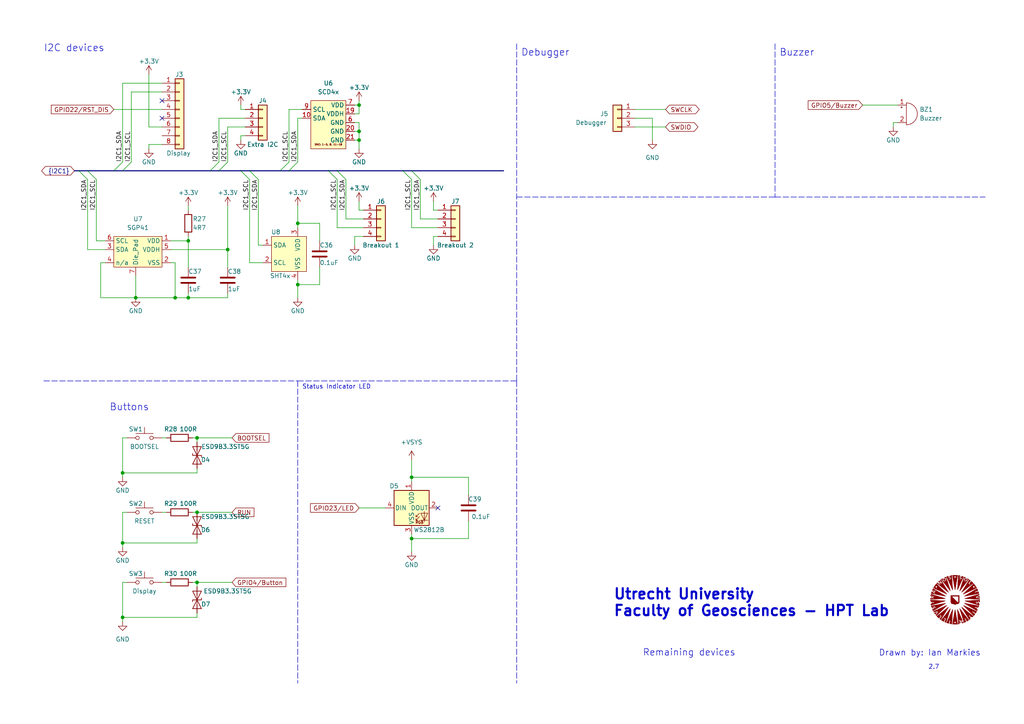
<source format=kicad_sch>
(kicad_sch (version 20211123) (generator eeschema)
  (paper "A4")
  (lib_symbols
    (symbol "Connector_Generic:Conn_01x03" (pin_names (offset 1.016) hide)
      (property "Reference" "J" (at 0 5.08 0))
      (property "Value" "Conn_01x03" (at 0 -5.08 0))
      (symbol "Conn_01x03_1_1"
        (pin passive line (at -5.08 2.54 0) (length 3.81) (name "Pin_1") (number "1"))
        (pin passive line (at -5.08 0 0) (length 3.81) (name "Pin_2") (number "2"))
        (pin passive line (at -5.08 -2.54 0) (length 3.81) (name "Pin_3") (number "3"))
      )
    )
    (symbol "Connector_Generic:Conn_01x04" (pin_names (offset 1.016) hide)
      (property "Reference" "J" (at 0 5.08 0))
      (property "Value" "Conn_01x04" (at 0 -7.62 0))
      (symbol "Conn_01x04_1_1"
        (pin passive line (at -5.08 2.54 0) (length 3.81) (name "Pin_1") (number "1"))
        (pin passive line (at -5.08 0 0) (length 3.81) (name "Pin_2") (number "2"))
        (pin passive line (at -5.08 -2.54 0) (length 3.81) (name "Pin_3") (number "3"))
        (pin passive line (at -5.08 -5.08 0) (length 3.81) (name "Pin_4") (number "4"))
      )
    )
    (symbol "Connector_Generic:Conn_01x08" (pin_names (offset 1.016) hide)
      (property "Reference" "J" (at 0 10.16 0))
      (property "Value" "Conn_01x08" (at 0 -12.7 0))
      (symbol "Conn_01x08_1_1"
        (pin passive line (at -5.08 7.62 0) (length 3.81) (name "Pin_1") (number "1"))
        (pin passive line (at -5.08 5.08 0) (length 3.81) (name "Pin_2") (number "2"))
        (pin passive line (at -5.08 2.54 0) (length 3.81) (name "Pin_3") (number "3"))
        (pin passive line (at -5.08 0 0) (length 3.81) (name "Pin_4") (number "4"))
        (pin passive line (at -5.08 -2.54 0) (length 3.81) (name "Pin_5") (number "5"))
        (pin passive line (at -5.08 -5.08 0) (length 3.81) (name "Pin_6") (number "6"))
        (pin passive line (at -5.08 -7.62 0) (length 3.81) (name "Pin_7") (number "7"))
        (pin passive line (at -5.08 -10.16 0) (length 3.81) (name "Pin_8") (number "8"))
      )
    )
    (symbol "Device:Buzzer" (pin_names (offset 0.0254) hide)
      (property "Reference" "BZ" (at 3.81 1.27 0))
      (property "Value" "Buzzer" (at 3.81 -1.27 0))
      (symbol "Buzzer_1_1"
        (pin passive line (at -2.54 2.54 0) (length 2.54) (name "-") (number "1"))
        (pin passive line (at -2.54 -2.54 0) (length 2.54) (name "+") (number "2"))
      )
    )
    (symbol "Device:C" (pin_numbers hide) (pin_names (offset 0.254))
      (property "Reference" "C" (at 0.635 2.54 0))
      (property "Value" "C" (at 0.635 -2.54 0))
      (symbol "C_1_1"
        (pin passive line (at 0 3.81 270) (length 2.794) (name "~") (number "1"))
        (pin passive line (at 0 -3.81 90) (length 2.794) (name "~") (number "2"))
      )
    )
    (symbol "Device:R" (pin_numbers hide) (pin_names (offset 0))
      (property "Reference" "R" (at 2.032 0 90))
      (property "Value" "R" (at 0 0 90))
      (symbol "R_1_1"
        (pin passive line (at 0 3.81 270) (length 1.27) (name "~") (number "1"))
        (pin passive line (at 0 -3.81 90) (length 1.27) (name "~") (number "2"))
      )
    )
    (symbol "Diode:ESD9B3.3ST5G" (pin_numbers hide) (pin_names (offset 1.016) hide)
      (property "Reference" "D" (at 0 2.54 0))
      (property "Value" "ESD9B3.3ST5G" (at 0 -2.54 0))
      (symbol "ESD9B3.3ST5G_1_1"
        (pin passive line (at -3.81 0 0) (length 2.54) (name "A1") (number "1"))
        (pin passive line (at 3.81 0 180) (length 2.54) (name "A2") (number "2"))
      )
    )
    (symbol "HPT:+Vsys" (power) (in_bom no) (on_board no)
      (property "Value" "+Vsys" (at 0 3.81 0))
      (symbol "+Vsys_1_1"
        (pin power_in line (at 0 0 90) (length 0) hide (name "+VSYS") (number ""))
      )
    )
    (symbol "HPT:LOGO" (pin_names (offset 1.016)))
    (symbol "HPT:SCD4x"
      (property "Reference" "U" (at -3.81 6.35 0))
      (property "Value" "SCD4x" (at 2.54 -10.16 0))
      (symbol "SCD4x_0_0"
        (text "DNC: 1-5, 8, 11-18" (at 0 -7.62 0) (effects (font (size 0.5 0.5))))
      )
      (symbol "SCD4x_1_1"
        (pin no_connect line (at -7.62 -6.35 0) (length 2.54) hide (name "DNC") (number "1"))
        (pin power_in line (at -7.62 0 0) (length 2.54) (name "SDA") (number "10"))
        (pin no_connect line (at -7.62 -6.35 0) (length 2.54) hide (name "DNC") (number "11"))
        (pin no_connect line (at -7.62 -6.35 0) (length 2.54) hide (name "DNC") (number "12"))
        (pin no_connect line (at -7.62 -6.35 0) (length 2.54) hide (name "DNC") (number "13"))
        (pin no_connect line (at -7.62 -6.35 0) (length 2.54) hide (name "DNC") (number "14"))
        (pin no_connect line (at -7.62 -6.35 0) (length 2.54) hide (name "DNC") (number "15"))
        (pin no_connect line (at -7.62 -6.35 0) (length 2.54) hide (name "DNC") (number "16"))
        (pin no_connect line (at -7.62 -6.35 0) (length 2.54) hide (name "DNC") (number "17"))
        (pin no_connect line (at -7.62 -6.35 0) (length 2.54) hide (name "DNC") (number "18"))
        (pin power_in line (at 7.62 1.27 180) (length 2.54) (name "VDDH") (number "19"))
        (pin no_connect line (at -7.62 -6.35 0) (length 2.54) hide (name "DNC") (number "2"))
        (pin power_in line (at 7.62 -3.81 180) (length 2.54) (name "GND") (number "20"))
        (pin power_in line (at 7.62 -6.35 180) (length 2.54) (name "GND") (number "21"))
        (pin no_connect line (at -7.62 -6.35 0) (length 2.54) hide (name "DNC") (number "3"))
        (pin no_connect line (at -7.62 -6.35 0) (length 2.54) hide (name "DNC") (number "4"))
        (pin no_connect line (at -7.62 -6.35 0) (length 2.54) hide (name "DNC") (number "5"))
        (pin power_in line (at 7.62 -1.27 180) (length 2.54) (name "GND") (number "6"))
        (pin power_in line (at 7.62 3.81 180) (length 2.54) (name "VDD") (number "7"))
        (pin no_connect line (at -7.62 -6.35 0) (length 2.54) hide (name "DNC") (number "8"))
        (pin power_in line (at -7.62 2.54 0) (length 2.54) (name "SCL") (number "9"))
      )
    )
    (symbol "HPT:SGP41"
      (property "Reference" "U" (at -5.08 3.81 0))
      (property "Value" "SGP41" (at 5.08 -7.62 0))
      (symbol "SGP41_1_1"
        (pin power_in line (at 10.16 1.27 180) (length 2.54) (name "VDD") (number "1"))
        (pin power_in line (at 10.16 -5.08 180) (length 2.54) (name "VSS") (number "2"))
        (pin bidirectional line (at -8.89 -1.27 0) (length 2.54) (name "SDA") (number "3"))
        (pin passive line (at -8.89 -5.08 0) (length 2.54) (name "n/a") (number "4"))
        (pin power_in line (at 10.16 -1.27 180) (length 2.54) (name "VDDH") (number "5"))
        (pin bidirectional line (at -8.89 1.27 0) (length 2.54) (name "SCL") (number "6"))
        (pin power_in line (at 0 -8.89 90) (length 2.54) (name "Die_Pad") (number "7"))
      )
    )
    (symbol "HPT:SHT4x"
      (property "Reference" "U" (at 5.08 -6.35 0))
      (property "Value" "SHT4x" (at -2.54 6.35 0))
      (symbol "SHT4x_1_1"
        (pin bidirectional line (at -7.62 2.54 0) (length 2.54) (name "SDA") (number "1"))
        (pin bidirectional line (at -7.62 -2.54 0) (length 2.54) (name "SCL") (number "2"))
        (pin power_in line (at 2.54 7.62 270) (length 2.54) (name "VDD") (number "3"))
        (pin power_in line (at 2.54 -7.62 90) (length 2.54) (name "VSS") (number "4"))
      )
    )
    (symbol "LED:WS2812B" (pin_names (offset 0.254))
      (property "Reference" "D" (at 5.08 5.715 0))
      (property "Value" "WS2812B" (at 1.27 -5.715 0))
      (symbol "WS2812B_0_0"
        (text "RGB" (at 2.286 -4.191 0) (effects (font (size 0.762 0.762))))
      )
      (symbol "WS2812B_1_1"
        (pin power_in line (at 0 7.62 270) (length 2.54) (name "VDD") (number "1"))
        (pin output line (at 7.62 0 180) (length 2.54) (name "DOUT") (number "2"))
        (pin power_in line (at 0 -7.62 90) (length 2.54) (name "VSS") (number "3"))
        (pin input line (at -7.62 0 0) (length 2.54) (name "DIN") (number "4"))
      )
    )
    (symbol "Switch:SW_Push" (pin_numbers hide) (pin_names (offset 1.016) hide)
      (property "Reference" "SW" (at 1.27 2.54 0))
      (property "Value" "SW_Push" (at 0 -1.524 0))
      (symbol "SW_Push_0_1"
        (pin passive line (at -5.08 0 0) (length 2.54) (name "1") (number "1"))
        (pin passive line (at 5.08 0 180) (length 2.54) (name "2") (number "2"))
      )
    )
    (symbol "power:+3.3V" (power) (pin_names (offset 0))
      (property "Value" "+3.3V" (at 0 3.556 0))
      (symbol "+3.3V_1_1"
        (pin power_in line (at 0 0 90) (length 0) hide (name "+3.3V") (number "1"))
      )
    )
    (symbol "power:GND" (power) (pin_names (offset 0))
      (property "Value" "GND" (at 0 -3.81 0))
      (symbol "GND_1_1"
        (pin power_in line (at 0 0 270) (length 0) hide (name "GND") (number "1"))
      )
    )
  )
  (bus_alias "PoE" (members "VC1+" "VC1-" "VC2+" "VC2-"))
  (junction (at 35.56 179.07))
  (junction (at 54.61 69.85))
  (junction (at 119.38 138.43))
  (junction (at 86.36 64.77))
  (junction (at 104.14 40.64))
  (junction (at 104.14 30.48))
  (junction (at 35.56 157.48))
  (junction (at 86.36 82.55))
  (junction (at 66.04 72.39))
  (junction (at 54.61 86.36))
  (junction (at 57.15 127))
  (junction (at 104.14 38.1))
  (junction (at 57.15 168.91))
  (junction (at 39.37 86.36))
  (junction (at 50.8 86.36))
  (junction (at 35.56 137.16))
  (junction (at 57.15 148.59))
  (junction (at 119.38 156.21))
  (no_connect (at 127 147.32))
  (no_connect (at 46.99 29.21))
  (no_connect (at 46.99 34.29))
  (bus_entry (at 63.5 49.53) (size 2.54 -2.54))
  (bus_entry (at 60.96 49.53) (size 2.54 -2.54))
  (bus_entry (at 25.4 49.53) (size 2.54 2.54))
  (bus_entry (at 22.86 49.53) (size 2.54 2.54))
  (bus_entry (at 72.39 49.53) (size 2.54 2.54))
  (bus_entry (at 69.85 49.53) (size 2.54 2.54))
  (bus_entry (at 35.56 49.53) (size 2.54 -2.54))
  (bus_entry (at 33.02 49.53) (size 2.54 -2.54))
  (bus_entry (at 119.38 49.53) (size 2.54 2.54))
  (bus_entry (at 116.84 49.53) (size 2.54 2.54))
  (bus_entry (at 81.28 49.53) (size 2.54 -2.54))
  (bus_entry (at 83.82 49.53) (size 2.54 -2.54))
  (bus_entry (at 97.79 49.53) (size 2.54 2.54))
  (bus_entry (at 95.25 49.53) (size 2.54 2.54))
  (wire (pts (xy 100.33 52.07) (xy 100.33 63.5)))
  (bus (pts (xy 35.56 49.53) (xy 60.96 49.53)))
  (wire (pts (xy 121.92 52.07) (xy 121.92 63.5)))
  (wire (pts (xy 71.12 39.37) (xy 69.85 39.37)))
  (wire (pts (xy 72.39 52.07) (xy 72.39 76.2)))
  (wire (pts (xy 50.8 76.2) (xy 50.8 86.36)))
  (wire (pts (xy 69.85 30.48) (xy 69.85 31.75)))
  (wire (pts (xy 72.39 76.2) (xy 76.2 76.2)))
  (wire (pts (xy 48.26 148.59) (xy 46.99 148.59)))
  (wire (pts (xy 25.4 52.07) (xy 25.4 72.39)))
  (wire (pts (xy 36.83 148.59) (xy 35.56 148.59)))
  (wire (pts (xy 86.36 34.29) (xy 87.63 34.29)))
  (wire (pts (xy 33.02 31.75) (xy 46.99 31.75)))
  (bus (pts (xy 21.59 49.53) (xy 22.86 49.53)))
  (wire (pts (xy 35.56 168.91) (xy 35.56 179.07)))
  (wire (pts (xy 184.15 36.83) (xy 193.04 36.83)))
  (bus (pts (xy 25.4 49.53) (xy 33.02 49.53)))
  (wire (pts (xy 50.8 86.36) (xy 54.61 86.36)))
  (wire (pts (xy 102.87 38.1) (xy 104.14 38.1)))
  (wire (pts (xy 25.4 72.39) (xy 30.48 72.39)))
  (wire (pts (xy 55.88 148.59) (xy 57.15 148.59)))
  (wire (pts (xy 104.14 40.64) (xy 104.14 43.18)))
  (wire (pts (xy 49.53 69.85) (xy 54.61 69.85)))
  (wire (pts (xy 36.83 127) (xy 35.56 127)))
  (wire (pts (xy 104.14 38.1) (xy 104.14 40.64)))
  (wire (pts (xy 119.38 160.02) (xy 119.38 156.21)))
  (wire (pts (xy 92.71 64.77) (xy 92.71 69.85)))
  (wire (pts (xy 46.99 36.83) (xy 43.18 36.83)))
  (wire (pts (xy 259.08 35.56) (xy 259.08 36.83)))
  (wire (pts (xy 119.38 138.43) (xy 135.89 138.43)))
  (wire (pts (xy 104.14 29.21) (xy 104.14 30.48)))
  (wire (pts (xy 35.56 137.16) (xy 35.56 138.43)))
  (wire (pts (xy 86.36 59.69) (xy 86.36 64.77)))
  (bus (pts (xy 83.82 49.53) (xy 81.28 49.53)))
  (wire (pts (xy 102.87 68.58) (xy 102.87 71.12)))
  (bus (pts (xy 22.86 49.53) (xy 25.4 49.53)))
  (polyline (pts (xy 86.36 110.49) (xy 149.86 110.49)))
  (wire (pts (xy 35.56 157.48) (xy 35.56 158.75)))
  (bus (pts (xy 119.38 49.53) (xy 146.05 49.53)))
  (wire (pts (xy 66.04 46.99) (xy 66.04 36.83)))
  (wire (pts (xy 86.36 86.36) (xy 86.36 82.55)))
  (bus (pts (xy 72.39 49.53) (xy 81.28 49.53)))
  (wire (pts (xy 57.15 148.59) (xy 67.31 148.59)))
  (wire (pts (xy 250.19 30.48) (xy 260.35 30.48)))
  (wire (pts (xy 127 68.58) (xy 125.73 68.58)))
  (wire (pts (xy 125.73 60.96) (xy 127 60.96)))
  (polyline (pts (xy 224.79 57.15) (xy 285.75 57.15)))
  (wire (pts (xy 49.53 72.39) (xy 66.04 72.39)))
  (polyline (pts (xy 149.86 57.15) (xy 224.79 57.15)))
  (wire (pts (xy 104.14 147.32) (xy 111.76 147.32)))
  (wire (pts (xy 27.94 69.85) (xy 27.94 52.07)))
  (wire (pts (xy 104.14 60.96) (xy 104.14 58.42)))
  (bus (pts (xy 116.84 49.53) (xy 119.38 49.53)))
  (wire (pts (xy 35.56 127) (xy 35.56 137.16)))
  (bus (pts (xy 97.79 49.53) (xy 116.84 49.53)))
  (wire (pts (xy 39.37 86.36) (xy 50.8 86.36)))
  (wire (pts (xy 57.15 168.91) (xy 55.88 168.91)))
  (wire (pts (xy 92.71 82.55) (xy 86.36 82.55)))
  (wire (pts (xy 119.38 156.21) (xy 119.38 154.94)))
  (wire (pts (xy 119.38 52.07) (xy 119.38 66.04)))
  (wire (pts (xy 35.56 24.13) (xy 35.56 46.99)))
  (polyline (pts (xy 12.7 110.49) (xy 86.36 110.49)))
  (wire (pts (xy 46.99 127) (xy 48.26 127)))
  (wire (pts (xy 105.41 68.58) (xy 102.87 68.58)))
  (bus (pts (xy 95.25 49.53) (xy 97.79 49.53)))
  (wire (pts (xy 87.63 31.75) (xy 83.82 31.75)))
  (wire (pts (xy 29.21 76.2) (xy 30.48 76.2)))
  (wire (pts (xy 69.85 39.37) (xy 69.85 40.64)))
  (wire (pts (xy 135.89 151.13) (xy 135.89 156.21)))
  (wire (pts (xy 74.93 71.12) (xy 76.2 71.12)))
  (wire (pts (xy 66.04 36.83) (xy 71.12 36.83)))
  (wire (pts (xy 184.15 31.75) (xy 193.04 31.75)))
  (bus (pts (xy 83.82 49.53) (xy 95.25 49.53)))
  (wire (pts (xy 102.87 33.02) (xy 104.14 33.02)))
  (wire (pts (xy 39.37 80.01) (xy 39.37 86.36)))
  (wire (pts (xy 119.38 138.43) (xy 119.38 133.35)))
  (wire (pts (xy 100.33 63.5) (xy 105.41 63.5)))
  (wire (pts (xy 97.79 52.07) (xy 97.79 66.04)))
  (wire (pts (xy 57.15 179.07) (xy 35.56 179.07)))
  (wire (pts (xy 54.61 59.69) (xy 54.61 60.96)))
  (wire (pts (xy 57.15 179.07) (xy 57.15 177.8)))
  (wire (pts (xy 36.83 168.91) (xy 35.56 168.91)))
  (wire (pts (xy 43.18 41.91) (xy 43.18 43.18)))
  (wire (pts (xy 121.92 63.5) (xy 127 63.5)))
  (wire (pts (xy 86.36 64.77) (xy 92.71 64.77)))
  (wire (pts (xy 189.23 34.29) (xy 189.23 40.64)))
  (wire (pts (xy 38.1 26.67) (xy 46.99 26.67)))
  (wire (pts (xy 57.15 170.18) (xy 57.15 168.91)))
  (wire (pts (xy 54.61 86.36) (xy 54.61 85.09)))
  (bus (pts (xy 63.5 49.53) (xy 69.85 49.53)))
  (wire (pts (xy 102.87 30.48) (xy 104.14 30.48)))
  (wire (pts (xy 135.89 156.21) (xy 119.38 156.21)))
  (wire (pts (xy 66.04 59.69) (xy 66.04 72.39)))
  (wire (pts (xy 74.93 52.07) (xy 74.93 71.12)))
  (wire (pts (xy 119.38 66.04) (xy 127 66.04)))
  (wire (pts (xy 125.73 58.42) (xy 125.73 60.96)))
  (wire (pts (xy 57.15 137.16) (xy 35.56 137.16)))
  (wire (pts (xy 55.88 127) (xy 57.15 127)))
  (wire (pts (xy 29.21 76.2) (xy 29.21 86.36)))
  (bus (pts (xy 72.39 49.53) (xy 69.85 49.53)))
  (wire (pts (xy 49.53 76.2) (xy 50.8 76.2)))
  (wire (pts (xy 92.71 77.47) (xy 92.71 82.55)))
  (bus (pts (xy 33.02 49.53) (xy 35.56 49.53)))
  (wire (pts (xy 119.38 138.43) (xy 119.38 139.7)))
  (wire (pts (xy 102.87 40.64) (xy 104.14 40.64)))
  (wire (pts (xy 63.5 34.29) (xy 71.12 34.29)))
  (polyline (pts (xy 224.79 12.7) (xy 224.79 57.15)))
  (wire (pts (xy 260.35 35.56) (xy 259.08 35.56)))
  (wire (pts (xy 46.99 41.91) (xy 43.18 41.91)))
  (wire (pts (xy 102.87 35.56) (xy 104.14 35.56)))
  (wire (pts (xy 57.15 156.21) (xy 57.15 157.48)))
  (wire (pts (xy 54.61 69.85) (xy 54.61 68.58)))
  (wire (pts (xy 135.89 138.43) (xy 135.89 143.51)))
  (wire (pts (xy 86.36 46.99) (xy 86.36 34.29)))
  (wire (pts (xy 35.56 148.59) (xy 35.56 157.48)))
  (bus (pts (xy 60.96 49.53) (xy 63.5 49.53)))
  (wire (pts (xy 35.56 24.13) (xy 46.99 24.13)))
  (wire (pts (xy 86.36 64.77) (xy 86.36 66.04)))
  (wire (pts (xy 54.61 86.36) (xy 66.04 86.36)))
  (wire (pts (xy 57.15 137.16) (xy 57.15 135.89)))
  (wire (pts (xy 38.1 46.99) (xy 38.1 26.67)))
  (wire (pts (xy 67.31 168.91) (xy 57.15 168.91)))
  (wire (pts (xy 104.14 30.48) (xy 104.14 33.02)))
  (wire (pts (xy 67.31 127) (xy 57.15 127)))
  (wire (pts (xy 27.94 69.85) (xy 30.48 69.85)))
  (polyline (pts (xy 149.86 110.49) (xy 149.86 198.12)))
  (wire (pts (xy 184.15 34.29) (xy 189.23 34.29)))
  (wire (pts (xy 43.18 36.83) (xy 43.18 21.59)))
  (wire (pts (xy 83.82 31.75) (xy 83.82 46.99)))
  (wire (pts (xy 66.04 72.39) (xy 66.04 77.47)))
  (wire (pts (xy 57.15 128.27) (xy 57.15 127)))
  (wire (pts (xy 29.21 86.36) (xy 39.37 86.36)))
  (wire (pts (xy 104.14 35.56) (xy 104.14 38.1)))
  (wire (pts (xy 48.26 168.91) (xy 46.99 168.91)))
  (wire (pts (xy 105.41 60.96) (xy 104.14 60.96)))
  (polyline (pts (xy 86.36 110.49) (xy 86.36 198.12)))
  (wire (pts (xy 125.73 68.58) (xy 125.73 71.12)))
  (wire (pts (xy 86.36 82.55) (xy 86.36 81.28)))
  (wire (pts (xy 35.56 179.07) (xy 35.56 180.34)))
  (wire (pts (xy 69.85 31.75) (xy 71.12 31.75)))
  (wire (pts (xy 66.04 85.09) (xy 66.04 86.36)))
  (wire (pts (xy 97.79 66.04) (xy 105.41 66.04)))
  (polyline (pts (xy 149.86 12.7) (xy 149.86 110.49)))
  (wire (pts (xy 57.15 157.48) (xy 35.56 157.48)))
  (wire (pts (xy 63.5 46.99) (xy 63.5 34.29)))
  (wire (pts (xy 54.61 69.85) (xy 54.61 77.47)))
  (text "Drawn by: Ian Markies" (at 284.48 190.5 180) (effects (font (size 1.75 1.75)) (justify right bottom)))
  (text "Status Indicator LED" (at 87.63 113.03 0) (effects (font (size 1.27 1.27)) (justify left bottom)))
  (text "Utrecht University\nFaculty of Geosciences - HPT Lab" (at 177.8 179.07 0) (effects (font (size 3 3) (thickness 0.6) bold) (justify left bottom)))
  (text "2.7" (at 269.24 194.31 0) (effects (font (size 1.27 1.27)) (justify left bottom)))
  (text "I2C devices\n" (at 12.7 15.24 0) (effects (font (size 2 2)) (justify left bottom)))
  (text "Buzzer" (at 226.06 16.51 0) (effects (font (size 2 2)) (justify left bottom)))
  (text "Buttons" (at 31.75 119.38 0) (effects (font (size 2 2)) (justify left bottom)))
  (text "Debugger" (at 151.13 16.51 0) (effects (font (size 2 2)) (justify left bottom)))
  (text "Remaining devices" (at 213.36 190.5 180) (effects (font (size 1.905 1.905)) (justify right bottom)))
  (label "I2C1_SCL" (at 66.04 46.99 90))
  (label "I2C1_SDA" (at 100.33 52.07 270))
  (label "I2C1_SDA" (at 35.56 46.99 90))
  (label "I2C1_SDA" (at 63.5 46.99 90))
  (label "I2C1_SDA" (at 74.93 52.07 270))
  (label "I2C1_SCL" (at 83.82 46.99 90))
  (label "I2C1_SCL" (at 72.39 52.07 270))
  (label "I2C1_SCL" (at 38.1 46.99 90))
  (label "I2C1_SCL" (at 119.38 52.07 270))
  (label "I2C1_SCL" (at 27.94 52.07 270))
  (label "I2C1_SDA" (at 121.92 52.07 270))
  (label "I2C1_SDA" (at 86.36 46.99 90))
  (label "I2C1_SCL" (at 97.79 52.07 270))
  (label "I2C1_SDA" (at 25.4 52.07 270))
  (global_label "BOOTSEL" (shape input) (at 67.31 127 0) (property "Intersheet References" "${INTERSHEET_REFS}" (effects hide)))
  (global_label "GPIO5{slash}Buzzer" (shape input) (at 250.19 30.48 180) (property "Intersheet References" "${INTERSHEET_REFS}" (effects hide)))
  (global_label "{I2C1}" (shape bidirectional) (at 21.59 49.53 180) (property "Intersheet References" "${INTERSHEET_REFS}" (effects hide)))
  (global_label "SWDIO" (shape bidirectional) (at 193.04 36.83 0) (property "Intersheet References" "${INTERSHEET_REFS}" (effects hide)))
  (global_label "SWCLK" (shape bidirectional) (at 193.04 31.75 0) (property "Intersheet References" "${INTERSHEET_REFS}" (effects hide)))
  (global_label "GPIO23{slash}LED" (shape input) (at 104.14 147.32 180) (property "Intersheet References" "${INTERSHEET_REFS}" (effects hide)))
  (global_label "GPIO22{slash}RST_DIS" (shape input) (at 33.02 31.75 180) (property "Intersheet References" "${INTERSHEET_REFS}" (effects hide)))
  (global_label "RUN" (shape input) (at 67.31 148.59 0) (property "Intersheet References" "${INTERSHEET_REFS}" (effects hide)))
  (global_label "GPIO4{slash}Button" (shape input) (at 67.31 168.91 0) (property "Intersheet References" "${INTERSHEET_REFS}" (effects hide)))
  (symbol (lib_id "power:GND") (at 43.18 43.18 0) (mirror y) (unit 1)
    (property "Reference" "#PWR046" (effects hide))
    (property "Value" "GND" (at 43.18 46.99 0))
  )
  (symbol (lib_id "power:+3.3V") (at 66.04 59.69 0) (unit 1)
    (property "Reference" "#PWR051" (effects hide))
    (property "Value" "+3.3V" (at 66.04 55.88 0))
  )
  (symbol (lib_id "Connector_Generic:Conn_01x04") (at 76.2 34.29 0) (unit 1)
    (property "Reference" "J4" (at 76.2 29.21 0))
    (property "Value" "Extra I2C" (at 76.2 41.91 0))
    (property "Footprint" "Connector_Molex:Molex_KK-396_A-41791-0004_1x04_P3.96mm_Vertical" (effects hide))
  )
  (symbol (lib_id "Connector_Generic:Conn_01x03") (at 179.07 34.29 0) (mirror y) (unit 1)
    (property "Reference" "J5" (at 175.26 33.02 0))
    (property "Value" "Debugger" (at 171.45 35.56 0))
    (property "Footprint" "Connector_PinHeader_2.54mm:PinHeader_1x03_P2.54mm_Vertical" (effects hide))
  )
  (symbol (lib_id "Diode:ESD9B3.3ST5G") (at 57.15 132.08 270) (unit 1)
    (property "Reference" "D4" (at 60.96 133.35 90) (effects (justify right)))
    (property "Value" "ESD9B3.3ST5G" (at 72.39 129.54 90) (effects (justify right)))
    (property "Footprint" "Diode_SMD:D_SOD-923" (effects hide))
    (property "Datasheet" "https://www.onsemi.com/pub/Collateral/ESD9B-D.PDF" (effects hide))
  )
  (symbol (lib_id "power:+3.3V") (at 54.61 59.69 0) (unit 1)
    (property "Reference" "#PWR050" (effects hide))
    (property "Value" "+3.3V" (at 54.61 55.88 0))
  )
  (symbol (lib_id "Device:C") (at 135.89 147.32 0) (mirror y) (unit 1)
    (property "Reference" "C39" (at 139.7 144.78 0) (effects (justify left)))
    (property "Value" "0.1uF" (at 142.24 149.86 0) (effects (justify left)))
    (property "Footprint" "HPT:Cap 0402_1005Metric" (effects hide))
  )
  (symbol (lib_id "power:+3.3V") (at 69.85 30.48 0) (mirror y) (unit 1)
    (property "Reference" "#PWR042" (effects hide))
    (property "Value" "+3.3V" (at 69.85 26.67 0))
  )
  (symbol (lib_id "power:GND") (at 86.36 86.36 0) (unit 1)
    (property "Reference" "#PWR056" (effects hide))
    (property "Value" "GND" (at 86.36 90.17 0))
  )
  (symbol (lib_id "power:GND") (at 119.38 160.02 0) (unit 1)
    (property "Reference" "#PWR059" (effects hide))
    (property "Value" "GND" (at 119.38 163.83 0))
  )
  (symbol (lib_id "Switch:SW_Push") (at 41.91 127 0) (unit 1)
    (property "Reference" "SW1" (at 39.37 124.46 0))
    (property "Value" "BOOTSEL" (at 41.91 129.54 0))
    (property "Footprint" "HPT:Switch" (effects hide))
  )
  (symbol (lib_id "HPT:SCD4x") (at 95.25 34.29 0) (unit 1)
    (property "Reference" "U6" (at 95.25 24.13 0))
    (property "Value" "SCD4x" (at 95.25 26.67 0))
    (property "Footprint" "HPT:SDC4x" (effects hide))
  )
  (symbol (lib_id "Device:R") (at 52.07 168.91 90) (unit 1)
    (property "Reference" "R30" (at 49.53 166.37 90))
    (property "Value" "100R" (at 54.61 166.37 90))
    (property "Footprint" "HPT:Res 0402_1005Metric" (effects hide))
  )
  (symbol (lib_id "Device:R") (at 52.07 127 270) (mirror x) (unit 1)
    (property "Reference" "R28" (at 49.53 124.46 90))
    (property "Value" "100R" (at 54.61 124.46 90))
    (property "Footprint" "HPT:Res 0402_1005Metric" (effects hide))
  )
  (symbol (lib_id "Switch:SW_Push") (at 41.91 148.59 0) (unit 1)
    (property "Reference" "SW2" (at 39.37 146.05 0))
    (property "Value" "RESET" (at 41.91 151.13 0))
    (property "Footprint" "HPT:Switch" (effects hide))
  )
  (symbol (lib_id "LED:WS2812B") (at 119.38 147.32 0) (unit 1)
    (property "Reference" "D5" (at 114.3 140.97 0))
    (property "Value" "WS2812B" (at 124.46 153.67 0))
    (property "Footprint" "LED_SMD:LED_WS2812B_PLCC4_5.0x5.0mm_P3.2mm" (effects hide))
    (property "Datasheet" "https://cdn-shop.adafruit.com/datasheets/WS2812B.pdf" (effects hide))
  )
  (symbol (lib_id "HPT:LOGO") (at 276.86 173.99 0) (unit 1)
    (property "Reference" "#G4" (effects hide))
    (property "Value" "LOGO" (effects hide))
  )
  (symbol (lib_id "power:+3.3V") (at 125.73 58.42 0) (unit 1)
    (property "Reference" "#PWR049" (effects hide))
    (property "Value" "+3.3V" (at 125.73 54.61 0))
  )
  (symbol (lib_id "Diode:ESD9B3.3ST5G") (at 57.15 173.99 90) (mirror x) (unit 1)
    (property "Reference" "D7" (at 59.69 175.26 90))
    (property "Value" "ESD9B3.3ST5G" (at 66.04 171.45 90))
    (property "Footprint" "Diode_SMD:D_SOD-923" (effects hide))
    (property "Datasheet" "https://www.onsemi.com/pub/Collateral/ESD9B-D.PDF" (effects hide))
  )
  (symbol (lib_id "HPT:SHT4x") (at 83.82 73.66 0) (unit 1)
    (property "Reference" "U8" (at 80.01 67.31 0))
    (property "Value" "SHT4x" (at 81.28 80.01 0))
    (property "Footprint" "HPT:XDCR_SHT41-AD1B-R2" (effects hide))
  )
  (symbol (lib_id "power:+3.3V") (at 86.36 59.69 0) (unit 1)
    (property "Reference" "#PWR052" (effects hide))
    (property "Value" "+3.3V" (at 86.36 55.88 0))
  )
  (symbol (lib_id "power:GND") (at 35.56 138.43 0) (unit 1)
    (property "Reference" "#PWR057" (effects hide))
    (property "Value" "GND" (at 35.56 142.24 0))
  )
  (symbol (lib_id "power:GND") (at 35.56 180.34 0) (mirror y) (unit 1)
    (property "Reference" "#PWR060" (effects hide))
    (property "Value" "GND" (at 35.56 185.42 0))
  )
  (symbol (lib_id "power:+3.3V") (at 43.18 21.59 0) (mirror y) (unit 1)
    (property "Reference" "#PWR040" (effects hide))
    (property "Value" "+3.3V" (at 43.18 17.78 0))
  )
  (symbol (lib_id "power:GND") (at 104.14 43.18 0) (unit 1)
    (property "Reference" "#PWR047" (effects hide))
    (property "Value" "GND" (at 104.14 46.99 0))
  )
  (symbol (lib_id "Connector_Generic:Conn_01x04") (at 110.49 63.5 0) (unit 1)
    (property "Reference" "J6" (at 110.49 58.42 0))
    (property "Value" "Breakout 1" (at 110.49 71.12 0))
    (property "Footprint" "Connector_Molex:Molex_KK-396_A-41791-0004_1x04_P3.96mm_Vertical" (effects hide))
  )
  (symbol (lib_id "Switch:SW_Push") (at 41.91 168.91 0) (mirror y) (unit 1)
    (property "Reference" "SW3" (at 39.37 166.37 0))
    (property "Value" "Display" (at 41.91 171.45 0))
    (property "Footprint" "Button_Switch_SMD:SW_Push_1P1T_NO_6x6mm_H9.5mm" (effects hide))
  )
  (symbol (lib_id "Connector_Generic:Conn_01x08") (at 52.07 31.75 0) (unit 1)
    (property "Reference" "J3" (at 50.8 21.59 0) (effects (justify left)))
    (property "Value" "Display" (at 48.26 44.45 0) (effects (justify left)))
    (property "Footprint" "Connector_PinHeader_2.54mm:PinHeader_1x08_P2.54mm_Vertical" (effects hide))
  )
  (symbol (lib_id "Device:Buzzer") (at 262.89 33.02 0) (unit 1)
    (property "Reference" "BZ1" (at 266.7 31.7499 0) (effects (justify left)))
    (property "Value" "Buzzer" (at 266.7 34.2899 0) (effects (justify left)))
    (property "Footprint" "Buzzer_Beeper:Buzzer_TDK_PS1240P02BT_D12.2mm_H6.5mm" (effects hide))
  )
  (symbol (lib_id "Device:R") (at 54.61 64.77 0) (unit 1)
    (property "Reference" "R27" (at 55.88 63.5 0) (effects (justify left)))
    (property "Value" "4R7" (at 55.88 66.04 0) (effects (justify left)))
    (property "Footprint" "HPT:Res 0402_1005Metric" (effects hide))
  )
  (symbol (lib_id "Device:R") (at 52.07 148.59 270) (mirror x) (unit 1)
    (property "Reference" "R29" (at 49.53 146.05 90))
    (property "Value" "100R" (at 54.61 146.05 90))
    (property "Footprint" "HPT:Res 0402_1005Metric" (effects hide))
  )
  (symbol (lib_id "power:GND") (at 35.56 158.75 0) (unit 1)
    (property "Reference" "#PWR058" (effects hide))
    (property "Value" "GND" (at 35.56 162.56 0))
  )
  (symbol (lib_id "Device:C") (at 54.61 81.28 0) (unit 1)
    (property "Reference" "C37" (at 54.61 78.74 0) (effects (justify left)))
    (property "Value" "1uF" (at 54.61 83.82 0) (effects (justify left)))
    (property "Footprint" "HPT:Cap 0402_1005Metric" (effects hide))
  )
  (symbol (lib_id "power:GND") (at 259.08 36.83 0) (unit 1)
    (property "Reference" "#PWR043" (effects hide))
    (property "Value" "GND" (at 259.08 40.64 0))
  )
  (symbol (lib_id "power:GND") (at 125.73 71.12 0) (unit 1)
    (property "Reference" "#PWR054" (effects hide))
    (property "Value" "GND" (at 125.73 74.93 0))
  )
  (symbol (lib_id "power:GND") (at 39.37 86.36 0) (unit 1)
    (property "Reference" "#PWR055" (effects hide))
    (property "Value" "GND" (at 39.37 90.17 0))
  )
  (symbol (lib_id "Device:C") (at 92.71 73.66 0) (mirror x) (unit 1)
    (property "Reference" "C36" (at 92.71 71.12 0) (effects (justify left)))
    (property "Value" "0.1uF" (at 92.71 76.2 0) (effects (justify left)))
    (property "Footprint" "HPT:Cap 0402_1005Metric" (effects hide))
  )
  (symbol (lib_id "power:GND") (at 69.85 40.64 0) (mirror y) (unit 1)
    (property "Reference" "#PWR044" (effects hide))
    (property "Value" "GND" (at 69.85 44.45 0))
  )
  (symbol (lib_id "Connector_Generic:Conn_01x04") (at 132.08 63.5 0) (unit 1)
    (property "Reference" "J7" (at 132.08 58.42 0))
    (property "Value" "Breakout 2" (at 132.08 71.12 0))
    (property "Footprint" "Connector_Molex:Molex_KK-396_A-41791-0004_1x04_P3.96mm_Vertical" (effects hide))
  )
  (symbol (lib_id "Diode:ESD9B3.3ST5G") (at 57.15 152.4 270) (unit 1)
    (property "Reference" "D6" (at 60.96 153.67 90) (effects (justify right)))
    (property "Value" "ESD9B3.3ST5G" (at 72.39 149.86 90) (effects (justify right)))
    (property "Footprint" "Diode_SMD:D_SOD-923" (effects hide))
    (property "Datasheet" "https://www.onsemi.com/pub/Collateral/ESD9B-D.PDF" (effects hide))
  )
  (symbol (lib_id "power:GND") (at 189.23 40.64 0) (unit 1)
    (property "Reference" "#PWR045" (effects hide))
    (property "Value" "GND" (at 189.23 45.72 0))
  )
  (symbol (lib_id "HPT:SGP41") (at 39.37 71.12 0) (unit 1)
    (property "Reference" "U7" (at 40.005 63.5 0))
    (property "Value" "SGP41" (at 40.005 66.04 0))
    (property "Footprint" "HPT:XDCR_SGP41-D-R4" (effects hide))
  )
  (symbol (lib_id "HPT:+Vsys") (at 119.38 133.35 0) (unit 1) (in_bom no) (on_board no)
    (property "Reference" "#PWRSYS01" (effects hide))
    (property "Value" "+Vsys" (at 119.38 128.27 0))
  )
  (symbol (lib_id "power:GND") (at 102.87 71.12 0) (unit 1)
    (property "Reference" "#PWR053" (effects hide))
    (property "Value" "GND" (at 102.87 74.93 0))
  )
  (symbol (lib_id "power:+3.3V") (at 104.14 29.21 0) (unit 1)
    (property "Reference" "#PWR041" (effects hide))
    (property "Value" "+3.3V" (at 104.14 25.4 0))
  )
  (symbol (lib_id "Device:C") (at 66.04 81.28 0) (unit 1)
    (property "Reference" "C38" (at 66.04 78.74 0) (effects (justify left)))
    (property "Value" "1uF" (at 66.04 83.82 0) (effects (justify left)))
    (property "Footprint" "HPT:Cap 0402_1005Metric" (effects hide))
  )
  (symbol (lib_id "power:+3.3V") (at 104.14 58.42 0) (unit 1)
    (property "Reference" "#PWR048" (effects hide))
    (property "Value" "+3.3V" (at 104.14 54.61 0))
  )
)
</source>
